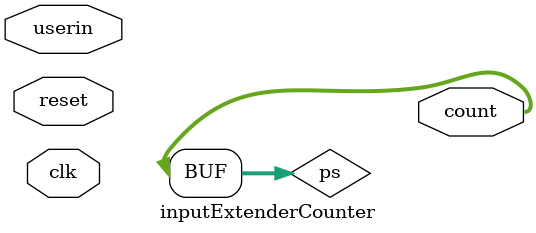
<source format=v>
module inputExtender (userinOut, clk, reset, userin, count);
	output [5:0] userinOut;
	input clk, reset;
	input [5:0] userin;
	input [7:0] count;
	
	parameter [7:0] EXTEND_RATE = 8'b11111111;
	
	reg [5:0] ps, ns;
	always@(*)
	if(6'b000000 != userin & 6'b000000 == ps & EXTEND_RATE != count) ns = userin;
	else if(6'b000000 != ps & EXTEND_RATE != count) ns = ps;
	else ns = 6'b000000;
	
	
	always@(posedge clk)
	if(reset) ps <= ns;
	else ps <= 6'b000000;
	
	assign userinOut = ps;
endmodule

module inputExtenderCounter(count, clk, reset, userin);
	output [7:0] count;
	input clk, reset;
	input [5:0] userin;
	
	parameter [7:0] EXTEND_RATE = 8'b11111111;
	
	reg [7:0] ps, ns;
	always@(*)
	if(6'b000000 != userin & 8'b00000000 == ps) ns = ps + 8'b00000001;
	else if(8'b00000000 != ps & EXTEND_RATE != ps) ns = ps + 8'b00000001;
	else ns = 8'b00000000;

	assign count = ps;
endmodule

</source>
